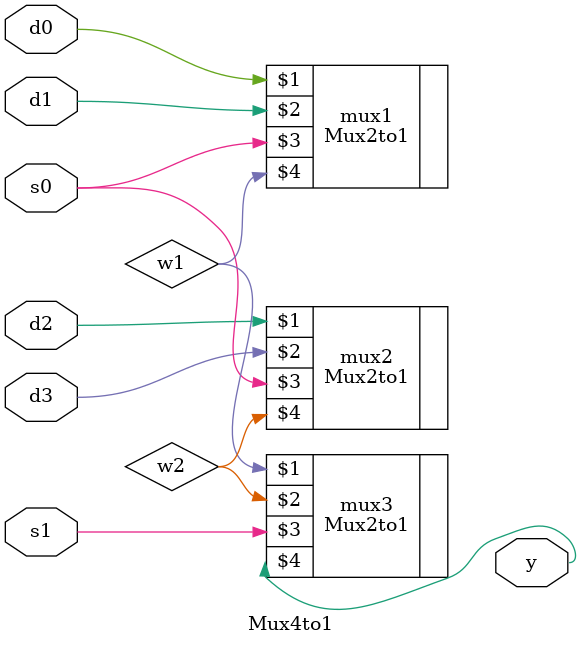
<source format=sv>
`timescale 1ns / 1ps
module Mux4to1(
    input d0, d1, d2, d3, s1, s0,
    output y
    );
wire w1, w2;

Mux2to1 mux1(d0, d1, s0, w1);
Mux2to1 mux2(d2, d3, s0, w2);
Mux2to1 mux3(w1, w2, s1, y);

endmodule

</source>
